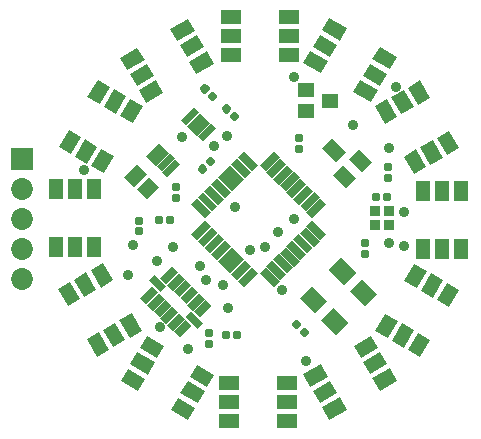
<source format=gbr>
G04 EAGLE Gerber RS-274X export*
G75*
%MOMM*%
%FSLAX34Y34*%
%LPD*%
%INSoldermask Top*%
%IPPOS*%
%AMOC8*
5,1,8,0,0,1.08239X$1,22.5*%
G01*
%ADD10R,1.203200X1.603200*%
%ADD11R,0.953200X0.903200*%
%ADD12R,1.346200X1.219200*%
%ADD13C,0.450047*%
%ADD14R,1.403200X0.703200*%
%ADD15R,1.453200X1.203200*%
%ADD16R,0.603200X1.553200*%
%ADD17R,1.453200X1.803200*%
%ADD18R,1.703200X1.203200*%
%ADD19R,1.203200X1.703200*%
%ADD20R,0.711200X1.676400*%
%ADD21R,1.853200X1.853200*%
%ADD22C,1.853200*%
%ADD23C,0.909600*%


D10*
G36*
X573673Y467025D02*
X565165Y458517D01*
X553829Y469853D01*
X562337Y478361D01*
X573673Y467025D01*
G37*
G36*
X595947Y458186D02*
X587439Y449678D01*
X576103Y461014D01*
X584611Y469522D01*
X595947Y458186D01*
G37*
G36*
X582512Y444751D02*
X574004Y436243D01*
X562668Y447579D01*
X571176Y456087D01*
X582512Y444751D01*
G37*
D11*
X610400Y416800D03*
X598400Y416800D03*
X598400Y404800D03*
X610400Y404800D03*
D12*
X560160Y510000D03*
X539840Y501110D03*
X539840Y518890D03*
D13*
X430966Y429741D02*
X430966Y427209D01*
X428434Y427209D01*
X428434Y429741D01*
X430966Y429741D01*
X430966Y436459D02*
X430966Y438991D01*
X430966Y436459D02*
X428434Y436459D01*
X428434Y438991D01*
X430966Y438991D01*
X607159Y430566D02*
X609691Y430566D01*
X609691Y428034D01*
X607159Y428034D01*
X607159Y430566D01*
X600441Y430566D02*
X597909Y430566D01*
X600441Y430566D02*
X600441Y428034D01*
X597909Y428034D01*
X597909Y430566D01*
D14*
G36*
X414820Y348131D02*
X404899Y338210D01*
X399926Y343183D01*
X409847Y353104D01*
X414820Y348131D01*
G37*
G36*
X420476Y342474D02*
X410555Y332553D01*
X405582Y337526D01*
X415503Y347447D01*
X420476Y342474D01*
G37*
G36*
X426133Y336817D02*
X416212Y326896D01*
X411239Y331869D01*
X421160Y341790D01*
X426133Y336817D01*
G37*
G36*
X431790Y331160D02*
X421869Y321239D01*
X416896Y326212D01*
X426817Y336133D01*
X431790Y331160D01*
G37*
G36*
X437447Y325503D02*
X427526Y315582D01*
X422553Y320555D01*
X432474Y330476D01*
X437447Y325503D01*
G37*
G36*
X443104Y319847D02*
X433183Y309926D01*
X428210Y314899D01*
X438131Y324820D01*
X443104Y319847D01*
G37*
G36*
X443082Y331891D02*
X453003Y321970D01*
X448030Y316997D01*
X438109Y326918D01*
X443082Y331891D01*
G37*
G36*
X445180Y331869D02*
X455101Y341790D01*
X460074Y336817D01*
X450153Y326896D01*
X445180Y331869D01*
G37*
G36*
X439524Y337526D02*
X449445Y347447D01*
X454418Y342474D01*
X444497Y332553D01*
X439524Y337526D01*
G37*
G36*
X433867Y343183D02*
X443788Y353104D01*
X448761Y348131D01*
X438840Y338210D01*
X433867Y343183D01*
G37*
G36*
X428210Y348840D02*
X438131Y358761D01*
X443104Y353788D01*
X433183Y343867D01*
X428210Y348840D01*
G37*
G36*
X422553Y354497D02*
X432474Y364418D01*
X437447Y359445D01*
X427526Y349524D01*
X422553Y354497D01*
G37*
G36*
X416896Y360153D02*
X426817Y370074D01*
X431790Y365101D01*
X421869Y355180D01*
X416896Y360153D01*
G37*
G36*
X416918Y348109D02*
X406997Y358030D01*
X411970Y363003D01*
X421891Y353082D01*
X416918Y348109D01*
G37*
D13*
X470509Y310734D02*
X473041Y310734D01*
X470509Y310734D02*
X470509Y313266D01*
X473041Y313266D01*
X473041Y310734D01*
X479759Y310734D02*
X482291Y310734D01*
X479759Y310734D02*
X479759Y313266D01*
X482291Y313266D01*
X482291Y310734D01*
X462465Y514104D02*
X460675Y515894D01*
X462465Y514104D02*
X460675Y512314D01*
X458885Y514104D01*
X460675Y515894D01*
X455924Y520645D02*
X454134Y522435D01*
X455924Y520645D02*
X454134Y518855D01*
X452344Y520645D01*
X454134Y522435D01*
X478941Y498983D02*
X480731Y497193D01*
X478941Y495403D01*
X477151Y497193D01*
X478941Y498983D01*
X474190Y503734D02*
X472400Y505524D01*
X474190Y503734D02*
X472400Y501944D01*
X470610Y503734D01*
X472400Y505524D01*
X416675Y408784D02*
X414143Y408784D01*
X414143Y411316D01*
X416675Y411316D01*
X416675Y408784D01*
X423393Y408784D02*
X425925Y408784D01*
X423393Y408784D02*
X423393Y411316D01*
X425925Y411316D01*
X425925Y408784D01*
X399266Y401241D02*
X399266Y398709D01*
X396734Y398709D01*
X396734Y401241D01*
X399266Y401241D01*
X399266Y407959D02*
X399266Y410491D01*
X399266Y407959D02*
X396734Y407959D01*
X396734Y410491D01*
X399266Y410491D01*
X610566Y443809D02*
X610566Y446341D01*
X610566Y443809D02*
X608034Y443809D01*
X608034Y446341D01*
X610566Y446341D01*
X610566Y453059D02*
X610566Y455591D01*
X610566Y453059D02*
X608034Y453059D01*
X608034Y455591D01*
X610566Y455591D01*
D15*
G36*
X396996Y435454D02*
X407270Y445728D01*
X415778Y437220D01*
X405504Y426946D01*
X396996Y435454D01*
G37*
G36*
X386389Y446061D02*
X396663Y456335D01*
X405171Y447827D01*
X394897Y437553D01*
X386389Y446061D01*
G37*
D16*
G36*
X422665Y445704D02*
X418399Y449970D01*
X429381Y460952D01*
X433647Y456686D01*
X422665Y445704D01*
G37*
G36*
X418069Y450300D02*
X413803Y454566D01*
X424785Y465548D01*
X429051Y461282D01*
X418069Y450300D01*
G37*
G36*
X413473Y454896D02*
X409207Y459162D01*
X420189Y470144D01*
X424455Y465878D01*
X413473Y454896D01*
G37*
G36*
X408877Y459492D02*
X404611Y463758D01*
X415593Y474740D01*
X419859Y470474D01*
X408877Y459492D01*
G37*
G36*
X452717Y475756D02*
X448451Y480022D01*
X459433Y491004D01*
X463699Y486738D01*
X452717Y475756D01*
G37*
G36*
X448121Y480352D02*
X443855Y484618D01*
X454837Y495600D01*
X459103Y491334D01*
X448121Y480352D01*
G37*
G36*
X443525Y484948D02*
X439259Y489214D01*
X450241Y500196D01*
X454507Y495930D01*
X443525Y484948D01*
G37*
G36*
X438929Y489544D02*
X434663Y493810D01*
X445645Y504792D01*
X449911Y500526D01*
X438929Y489544D01*
G37*
D13*
X456034Y314891D02*
X456034Y312359D01*
X456034Y314891D02*
X458566Y314891D01*
X458566Y312359D01*
X456034Y312359D01*
X456034Y305641D02*
X456034Y303109D01*
X456034Y305641D02*
X458566Y305641D01*
X458566Y303109D01*
X456034Y303109D01*
X534766Y468309D02*
X534766Y470841D01*
X534766Y468309D02*
X532234Y468309D01*
X532234Y470841D01*
X534766Y470841D01*
X534766Y477559D02*
X534766Y480091D01*
X534766Y477559D02*
X532234Y477559D01*
X532234Y480091D01*
X534766Y480091D01*
X588534Y391091D02*
X588534Y388559D01*
X588534Y391091D02*
X591066Y391091D01*
X591066Y388559D01*
X588534Y388559D01*
X588534Y381841D02*
X588534Y379309D01*
X588534Y381841D02*
X591066Y381841D01*
X591066Y379309D01*
X588534Y379309D01*
X538322Y316388D02*
X540112Y314598D01*
X538322Y312808D01*
X536532Y314598D01*
X538322Y316388D01*
X533571Y321139D02*
X531781Y322929D01*
X533571Y321139D02*
X531781Y319349D01*
X529991Y321139D01*
X531781Y322929D01*
D17*
G36*
X557747Y340381D02*
X547471Y330105D01*
X534721Y342855D01*
X544997Y353131D01*
X557747Y340381D01*
G37*
G36*
X576132Y321996D02*
X565856Y311720D01*
X553106Y324470D01*
X563382Y334746D01*
X576132Y321996D01*
G37*
G36*
X582143Y364776D02*
X571867Y354500D01*
X559117Y367250D01*
X569393Y377526D01*
X582143Y364776D01*
G37*
G36*
X600527Y346392D02*
X590251Y336116D01*
X577501Y348866D01*
X587777Y359142D01*
X600527Y346392D01*
G37*
D18*
X476440Y549070D03*
X476490Y565100D03*
X476490Y581150D03*
X525480Y549030D03*
X525580Y565130D03*
X525580Y581200D03*
G36*
X552460Y533430D02*
X537710Y541946D01*
X543726Y552366D01*
X558476Y543850D01*
X552460Y533430D01*
G37*
G36*
X560519Y547287D02*
X545769Y555803D01*
X551785Y566223D01*
X566535Y557707D01*
X560519Y547287D01*
G37*
G36*
X568544Y561187D02*
X553794Y569703D01*
X559810Y580123D01*
X574560Y571607D01*
X568544Y561187D01*
G37*
G36*
X594910Y508875D02*
X580160Y517391D01*
X586176Y527811D01*
X600926Y519295D01*
X594910Y508875D01*
G37*
G36*
X603047Y522768D02*
X588297Y531284D01*
X594313Y541704D01*
X609063Y533188D01*
X603047Y522768D01*
G37*
G36*
X611082Y536685D02*
X596332Y545201D01*
X602348Y555621D01*
X617098Y547105D01*
X611082Y536685D01*
G37*
G36*
X606997Y490655D02*
X598481Y505405D01*
X608901Y511421D01*
X617417Y496671D01*
X606997Y490655D01*
G37*
G36*
X620904Y498626D02*
X612388Y513376D01*
X622808Y519392D01*
X631324Y504642D01*
X620904Y498626D01*
G37*
G36*
X634804Y506651D02*
X626288Y521401D01*
X636708Y527417D01*
X645224Y512667D01*
X634804Y506651D01*
G37*
G36*
X631482Y448165D02*
X622966Y462915D01*
X633386Y468931D01*
X641902Y454181D01*
X631482Y448165D01*
G37*
G36*
X645475Y456128D02*
X636959Y470878D01*
X647379Y476894D01*
X655895Y462144D01*
X645475Y456128D01*
G37*
G36*
X659392Y464163D02*
X650876Y478913D01*
X661296Y484929D01*
X669812Y470179D01*
X659392Y464163D01*
G37*
D19*
X638870Y433560D03*
X654900Y433510D03*
X670950Y433510D03*
X638830Y384520D03*
X654930Y384420D03*
X671000Y384420D03*
D18*
G36*
X623278Y357544D02*
X631794Y372294D01*
X642214Y366278D01*
X633698Y351528D01*
X623278Y357544D01*
G37*
G36*
X637135Y349486D02*
X645651Y364236D01*
X656071Y358220D01*
X647555Y343470D01*
X637135Y349486D01*
G37*
G36*
X651035Y341461D02*
X659551Y356211D01*
X669971Y350195D01*
X661455Y335445D01*
X651035Y341461D01*
G37*
G36*
X598723Y315094D02*
X607239Y329844D01*
X617659Y323828D01*
X609143Y309078D01*
X598723Y315094D01*
G37*
G36*
X612616Y306958D02*
X621132Y321708D01*
X631552Y315692D01*
X623036Y300942D01*
X612616Y306958D01*
G37*
G36*
X626533Y298923D02*
X635049Y313673D01*
X645469Y307657D01*
X636953Y292907D01*
X626533Y298923D01*
G37*
G36*
X580362Y302913D02*
X595112Y311429D01*
X601128Y301009D01*
X586378Y292493D01*
X580362Y302913D01*
G37*
G36*
X588334Y289006D02*
X603084Y297522D01*
X609100Y287102D01*
X594350Y278586D01*
X588334Y289006D01*
G37*
G36*
X596359Y275106D02*
X611109Y283622D01*
X617125Y273202D01*
X602375Y264686D01*
X596359Y275106D01*
G37*
G36*
X537872Y278428D02*
X552622Y286944D01*
X558638Y276524D01*
X543888Y268008D01*
X537872Y278428D01*
G37*
G36*
X545835Y264435D02*
X560585Y272951D01*
X566601Y262531D01*
X551851Y254015D01*
X545835Y264435D01*
G37*
G36*
X553870Y250518D02*
X568620Y259034D01*
X574636Y248614D01*
X559886Y240098D01*
X553870Y250518D01*
G37*
X523760Y270830D03*
X523710Y254800D03*
X523710Y238750D03*
X474720Y270870D03*
X474620Y254770D03*
X474620Y238700D03*
G36*
X447873Y286668D02*
X462623Y278152D01*
X456607Y267732D01*
X441857Y276248D01*
X447873Y286668D01*
G37*
G36*
X439815Y272811D02*
X454565Y264295D01*
X448549Y253875D01*
X433799Y262391D01*
X439815Y272811D01*
G37*
G36*
X431790Y258911D02*
X446540Y250395D01*
X440524Y239975D01*
X425774Y248491D01*
X431790Y258911D01*
G37*
G36*
X405423Y311223D02*
X420173Y302707D01*
X414157Y292287D01*
X399407Y300803D01*
X405423Y311223D01*
G37*
G36*
X397287Y297330D02*
X412037Y288814D01*
X406021Y278394D01*
X391271Y286910D01*
X397287Y297330D01*
G37*
G36*
X389252Y283413D02*
X404002Y274897D01*
X397986Y264477D01*
X383236Y272993D01*
X389252Y283413D01*
G37*
G36*
X392604Y330304D02*
X401120Y315554D01*
X390700Y309538D01*
X382184Y324288D01*
X392604Y330304D01*
G37*
G36*
X378697Y322332D02*
X387213Y307582D01*
X376793Y301566D01*
X368277Y316316D01*
X378697Y322332D01*
G37*
G36*
X364797Y314307D02*
X373313Y299557D01*
X362893Y293541D01*
X354377Y308291D01*
X364797Y314307D01*
G37*
G36*
X368119Y372794D02*
X376635Y358044D01*
X366215Y352028D01*
X357699Y366778D01*
X368119Y372794D01*
G37*
G36*
X354126Y364830D02*
X362642Y350080D01*
X352222Y344064D01*
X343706Y358814D01*
X354126Y364830D01*
G37*
G36*
X340209Y356795D02*
X348725Y342045D01*
X338305Y336029D01*
X329789Y350779D01*
X340209Y356795D01*
G37*
D19*
X360630Y386140D03*
X344600Y386190D03*
X328550Y386190D03*
X360670Y435180D03*
X344570Y435280D03*
X328500Y435280D03*
D18*
G36*
X377277Y463399D02*
X368761Y448649D01*
X358341Y454665D01*
X366857Y469415D01*
X377277Y463399D01*
G37*
G36*
X363419Y471458D02*
X354903Y456708D01*
X344483Y462724D01*
X352999Y477474D01*
X363419Y471458D01*
G37*
G36*
X349520Y479483D02*
X341004Y464733D01*
X330584Y470749D01*
X339100Y485499D01*
X349520Y479483D01*
G37*
G36*
X401831Y505849D02*
X393315Y491099D01*
X382895Y497115D01*
X391411Y511865D01*
X401831Y505849D01*
G37*
G36*
X387938Y513986D02*
X379422Y499236D01*
X369002Y505252D01*
X377518Y520002D01*
X387938Y513986D01*
G37*
G36*
X374021Y522021D02*
X365505Y507271D01*
X355085Y513287D01*
X363601Y528037D01*
X374021Y522021D01*
G37*
G36*
X419445Y516993D02*
X404695Y508477D01*
X398679Y518897D01*
X413429Y527413D01*
X419445Y516993D01*
G37*
G36*
X411473Y530900D02*
X396723Y522384D01*
X390707Y532804D01*
X405457Y541320D01*
X411473Y530900D01*
G37*
G36*
X403448Y544800D02*
X388698Y536284D01*
X382682Y546704D01*
X397432Y555220D01*
X403448Y544800D01*
G37*
G36*
X461934Y541478D02*
X447184Y532962D01*
X441168Y543382D01*
X455918Y551898D01*
X461934Y541478D01*
G37*
G36*
X453971Y555471D02*
X439221Y546955D01*
X433205Y557375D01*
X447955Y565891D01*
X453971Y555471D01*
G37*
G36*
X445936Y569388D02*
X431186Y560872D01*
X425170Y571292D01*
X439920Y579808D01*
X445936Y569388D01*
G37*
D20*
G36*
X517780Y357735D02*
X512751Y352706D01*
X500898Y364559D01*
X505927Y369588D01*
X517780Y357735D01*
G37*
G36*
X523348Y363303D02*
X518319Y358274D01*
X506466Y370127D01*
X511495Y375156D01*
X523348Y363303D01*
G37*
G36*
X529096Y369051D02*
X524067Y364022D01*
X512214Y375875D01*
X517243Y380904D01*
X529096Y369051D01*
G37*
G36*
X534663Y374618D02*
X529634Y369589D01*
X517781Y381442D01*
X522810Y386471D01*
X534663Y374618D01*
G37*
G36*
X540411Y380366D02*
X535382Y375337D01*
X523529Y387190D01*
X528558Y392219D01*
X540411Y380366D01*
G37*
G36*
X545978Y385933D02*
X540949Y380904D01*
X529096Y392757D01*
X534125Y397786D01*
X545978Y385933D01*
G37*
G36*
X551726Y391681D02*
X546697Y386652D01*
X534844Y398505D01*
X539873Y403534D01*
X551726Y391681D01*
G37*
G36*
X557294Y397249D02*
X552265Y392220D01*
X540412Y404073D01*
X545441Y409102D01*
X557294Y397249D01*
G37*
G36*
X545441Y410898D02*
X540412Y415927D01*
X552265Y427780D01*
X557294Y422751D01*
X545441Y410898D01*
G37*
G36*
X539873Y416466D02*
X534844Y421495D01*
X546697Y433348D01*
X551726Y428319D01*
X539873Y416466D01*
G37*
G36*
X534125Y422214D02*
X529096Y427243D01*
X540949Y439096D01*
X545978Y434067D01*
X534125Y422214D01*
G37*
G36*
X528558Y427781D02*
X523529Y432810D01*
X535382Y444663D01*
X540411Y439634D01*
X528558Y427781D01*
G37*
G36*
X522810Y433529D02*
X517781Y438558D01*
X529634Y450411D01*
X534663Y445382D01*
X522810Y433529D01*
G37*
G36*
X517243Y439096D02*
X512214Y444125D01*
X524067Y455978D01*
X529096Y450949D01*
X517243Y439096D01*
G37*
G36*
X511495Y444844D02*
X506466Y449873D01*
X518319Y461726D01*
X523348Y456697D01*
X511495Y444844D01*
G37*
G36*
X505927Y450412D02*
X500898Y455441D01*
X512751Y467294D01*
X517780Y462265D01*
X505927Y450412D01*
G37*
G36*
X499102Y455441D02*
X494073Y450412D01*
X482220Y462265D01*
X487249Y467294D01*
X499102Y455441D01*
G37*
G36*
X493534Y449873D02*
X488505Y444844D01*
X476652Y456697D01*
X481681Y461726D01*
X493534Y449873D01*
G37*
G36*
X487786Y444125D02*
X482757Y439096D01*
X470904Y450949D01*
X475933Y455978D01*
X487786Y444125D01*
G37*
G36*
X482219Y438558D02*
X477190Y433529D01*
X465337Y445382D01*
X470366Y450411D01*
X482219Y438558D01*
G37*
G36*
X476471Y432810D02*
X471442Y427781D01*
X459589Y439634D01*
X464618Y444663D01*
X476471Y432810D01*
G37*
G36*
X470904Y427243D02*
X465875Y422214D01*
X454022Y434067D01*
X459051Y439096D01*
X470904Y427243D01*
G37*
G36*
X465156Y421495D02*
X460127Y416466D01*
X448274Y428319D01*
X453303Y433348D01*
X465156Y421495D01*
G37*
G36*
X459588Y415927D02*
X454559Y410898D01*
X442706Y422751D01*
X447735Y427780D01*
X459588Y415927D01*
G37*
G36*
X447735Y392220D02*
X442706Y397249D01*
X454559Y409102D01*
X459588Y404073D01*
X447735Y392220D01*
G37*
G36*
X453303Y386652D02*
X448274Y391681D01*
X460127Y403534D01*
X465156Y398505D01*
X453303Y386652D01*
G37*
G36*
X459051Y380904D02*
X454022Y385933D01*
X465875Y397786D01*
X470904Y392757D01*
X459051Y380904D01*
G37*
G36*
X464618Y375337D02*
X459589Y380366D01*
X471442Y392219D01*
X476471Y387190D01*
X464618Y375337D01*
G37*
G36*
X470366Y369589D02*
X465337Y374618D01*
X477190Y386471D01*
X482219Y381442D01*
X470366Y369589D01*
G37*
G36*
X475933Y364022D02*
X470904Y369051D01*
X482757Y380904D01*
X487786Y375875D01*
X475933Y364022D01*
G37*
G36*
X481681Y358274D02*
X476652Y363303D01*
X488505Y375156D01*
X493534Y370127D01*
X481681Y358274D01*
G37*
G36*
X487249Y352706D02*
X482220Y357735D01*
X494073Y369588D01*
X499102Y364559D01*
X487249Y352706D01*
G37*
D13*
X452088Y451030D02*
X453878Y452820D01*
X452088Y451030D02*
X450298Y452820D01*
X452088Y454610D01*
X453878Y452820D01*
X458629Y457570D02*
X460419Y459360D01*
X458629Y457570D02*
X456839Y459360D01*
X458629Y461150D01*
X460419Y459360D01*
D21*
X300000Y460800D03*
D22*
X300000Y435400D03*
X300000Y410000D03*
X300000Y384600D03*
X300000Y359200D03*
D23*
X616300Y521600D03*
X352300Y451900D03*
X516300Y399400D03*
X505600Y386200D03*
X480000Y420000D03*
X440000Y300000D03*
X416900Y318800D03*
X580000Y490000D03*
X435400Y479500D03*
X413900Y374200D03*
X450000Y370000D03*
X610000Y390000D03*
X462500Y471900D03*
X473000Y480000D03*
X623300Y387500D03*
X427600Y386000D03*
X389800Y362900D03*
X610000Y470000D03*
X540000Y290000D03*
X520000Y350000D03*
X623100Y416400D03*
X530000Y530000D03*
X530000Y410000D03*
X492600Y383900D03*
X455400Y358600D03*
X469800Y354000D03*
X473700Y334500D03*
X393500Y387900D03*
M02*

</source>
